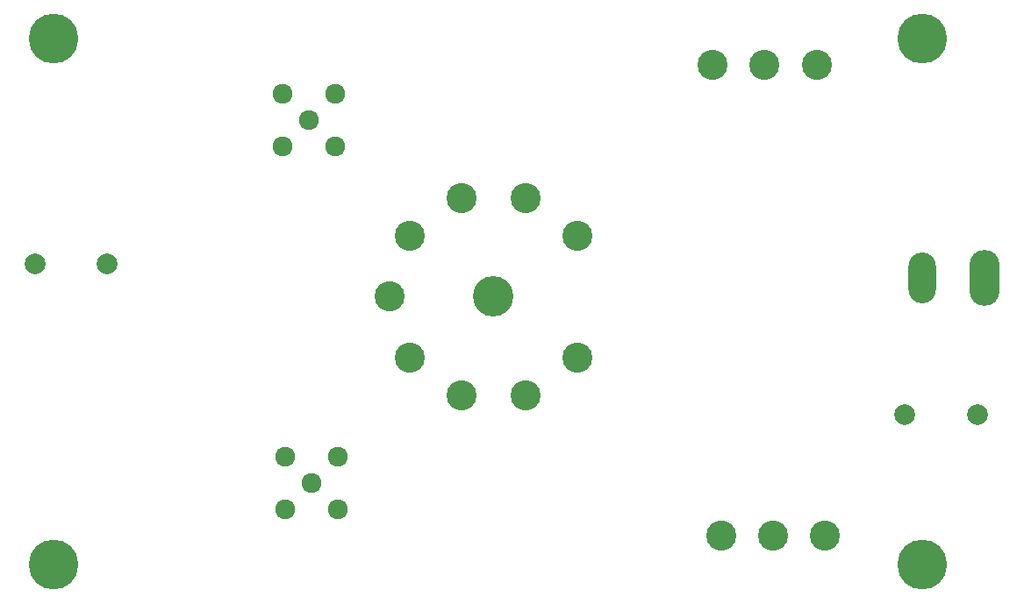
<source format=gbs>
G04 #@! TF.FileFunction,Soldermask,Bot*
%FSLAX46Y46*%
G04 Gerber Fmt 4.6, Leading zero omitted, Abs format (unit mm)*
G04 Created by KiCad (PCBNEW 4.0.7-e2-6376~58~ubuntu16.04.1) date Sat Jul 28 00:22:21 2018*
%MOMM*%
%LPD*%
G01*
G04 APERTURE LIST*
%ADD10C,0.100000*%
%ADD11O,2.900000X5.400000*%
%ADD12O,2.650000X4.900000*%
%ADD13C,1.924000*%
%ADD14C,2.900000*%
%ADD15C,2.899360*%
%ADD16C,3.897580*%
%ADD17C,2.000000*%
%ADD18C,4.800000*%
%ADD19C,1.100000*%
G04 APERTURE END LIST*
D10*
D11*
X201580000Y-117094000D03*
D12*
X195580000Y-117094000D03*
D13*
X134112000Y-139446000D03*
X139192000Y-139446000D03*
X136652000Y-136906000D03*
X139192000Y-134366000D03*
X134112000Y-134366000D03*
X133858000Y-104394000D03*
X138938000Y-104394000D03*
X138938000Y-99314000D03*
X133858000Y-99314000D03*
X136398000Y-101854000D03*
D14*
X181182000Y-141986000D03*
X176182000Y-141986000D03*
X186182000Y-141986000D03*
X180340000Y-96520000D03*
X185340000Y-96520000D03*
X175340000Y-96520000D03*
D15*
X162267900Y-124749560D03*
X157264100Y-128381760D03*
X151091900Y-128381760D03*
X146088100Y-124749560D03*
X144178020Y-118872000D03*
X146088100Y-112994440D03*
X151091900Y-109362240D03*
X157264100Y-109362240D03*
X162267900Y-112994440D03*
D16*
X154178000Y-118872000D03*
D17*
X109910000Y-115705000D03*
X116910000Y-115705000D03*
X193858000Y-130302000D03*
X200858000Y-130302000D03*
D18*
X195580000Y-144780000D03*
D19*
X197230000Y-144780000D03*
X196746726Y-145946726D03*
X195580000Y-146430000D03*
X194413274Y-145946726D03*
X193930000Y-144780000D03*
X194413274Y-143613274D03*
X195580000Y-143130000D03*
X196746726Y-143613274D03*
D18*
X195580000Y-93980000D03*
D19*
X197230000Y-93980000D03*
X196746726Y-95146726D03*
X195580000Y-95630000D03*
X194413274Y-95146726D03*
X193930000Y-93980000D03*
X194413274Y-92813274D03*
X195580000Y-92330000D03*
X196746726Y-92813274D03*
D18*
X111760000Y-144780000D03*
D19*
X113410000Y-144780000D03*
X112926726Y-145946726D03*
X111760000Y-146430000D03*
X110593274Y-145946726D03*
X110110000Y-144780000D03*
X110593274Y-143613274D03*
X111760000Y-143130000D03*
X112926726Y-143613274D03*
D18*
X111760000Y-93980000D03*
D19*
X113410000Y-93980000D03*
X112926726Y-95146726D03*
X111760000Y-95630000D03*
X110593274Y-95146726D03*
X110110000Y-93980000D03*
X110593274Y-92813274D03*
X111760000Y-92330000D03*
X112926726Y-92813274D03*
M02*

</source>
